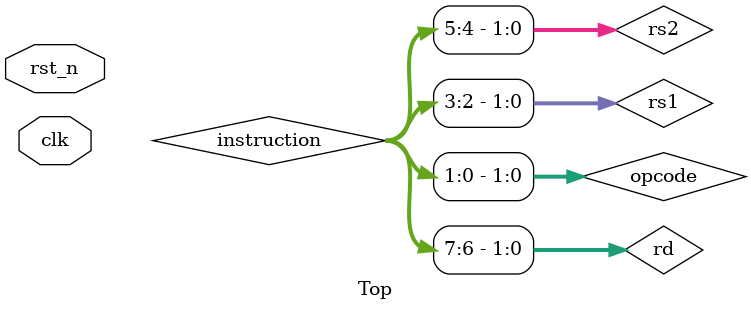
<source format=sv>
module Top #(
    parameter REGF_WIDTH = 16,
    parameter PROG_VALUE = 3,
    parameter ALU_WIDTH  = 16,
    parameter IMEM_DEPTH = 4
) (
    input clk,
    input rst_n
);
  logic [$clog2(PROG_VALUE)-1:0]addr;
  logic [7:0] instruction;

  logic [1:0] opcode, rs1, rs2, rd;
  logic [REGF_WIDTH-1:0] op1, op2;
  logic [ALU_WIDTH-1:0] ALUo;

  assign opcode = instruction[1:0];
  assign rs1 = instruction[3:2];
  assign rs2 = instruction[5:4];
  assign rd = instruction[7:6];

  program_counter #(PROG_VALUE) pc (
      .clk(clk),
      .rst_n(rst_n),
      .Q(addr)
  );
  instruction_memory #(IMEM_DEPTH, PROG_VALUE) ROM (
      .addr(addr),
      .instruction(instruction)
  );



  alu #(ALU_WIDTH) ALU (
      .a  (op1),
      .b  (op2),
      .sel(opcode),
      .out(ALUo)
  );
  register_file #(REGF_WIDTH, ALU_WIDTH) X (
      .clk (clk),
      .rs1 (rs1),
      .rs2 (rs2),
      .rd  (rd),
      .ALUo(ALUo),
      .op1 (op1),
      .op2 (op2)
  );

endmodule

</source>
